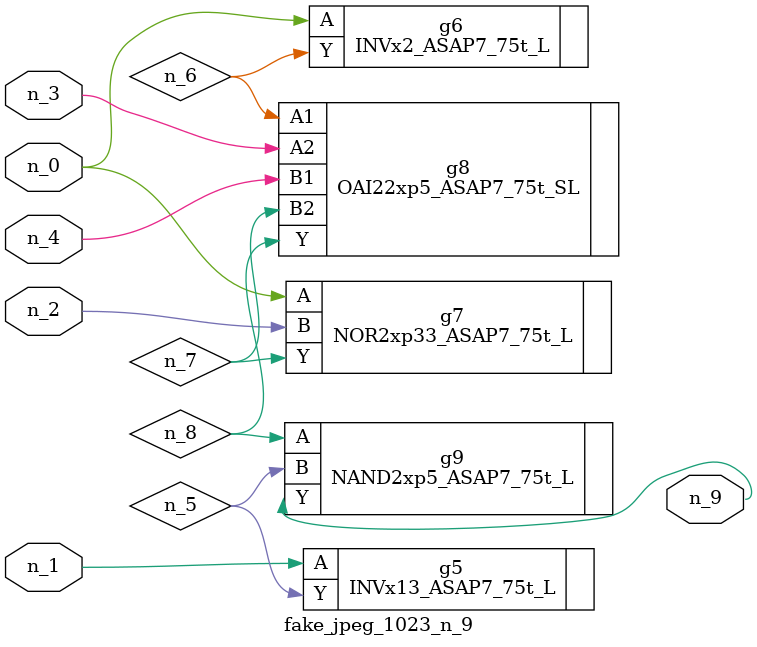
<source format=v>
module fake_jpeg_1023_n_9 (n_3, n_2, n_1, n_0, n_4, n_9);

input n_3;
input n_2;
input n_1;
input n_0;
input n_4;

output n_9;

wire n_8;
wire n_6;
wire n_5;
wire n_7;

INVx13_ASAP7_75t_L g5 ( 
.A(n_1),
.Y(n_5)
);

INVx2_ASAP7_75t_L g6 ( 
.A(n_0),
.Y(n_6)
);

NOR2xp33_ASAP7_75t_L g7 ( 
.A(n_0),
.B(n_2),
.Y(n_7)
);

OAI22xp5_ASAP7_75t_SL g8 ( 
.A1(n_6),
.A2(n_3),
.B1(n_4),
.B2(n_7),
.Y(n_8)
);

NAND2xp5_ASAP7_75t_L g9 ( 
.A(n_8),
.B(n_5),
.Y(n_9)
);


endmodule
</source>
